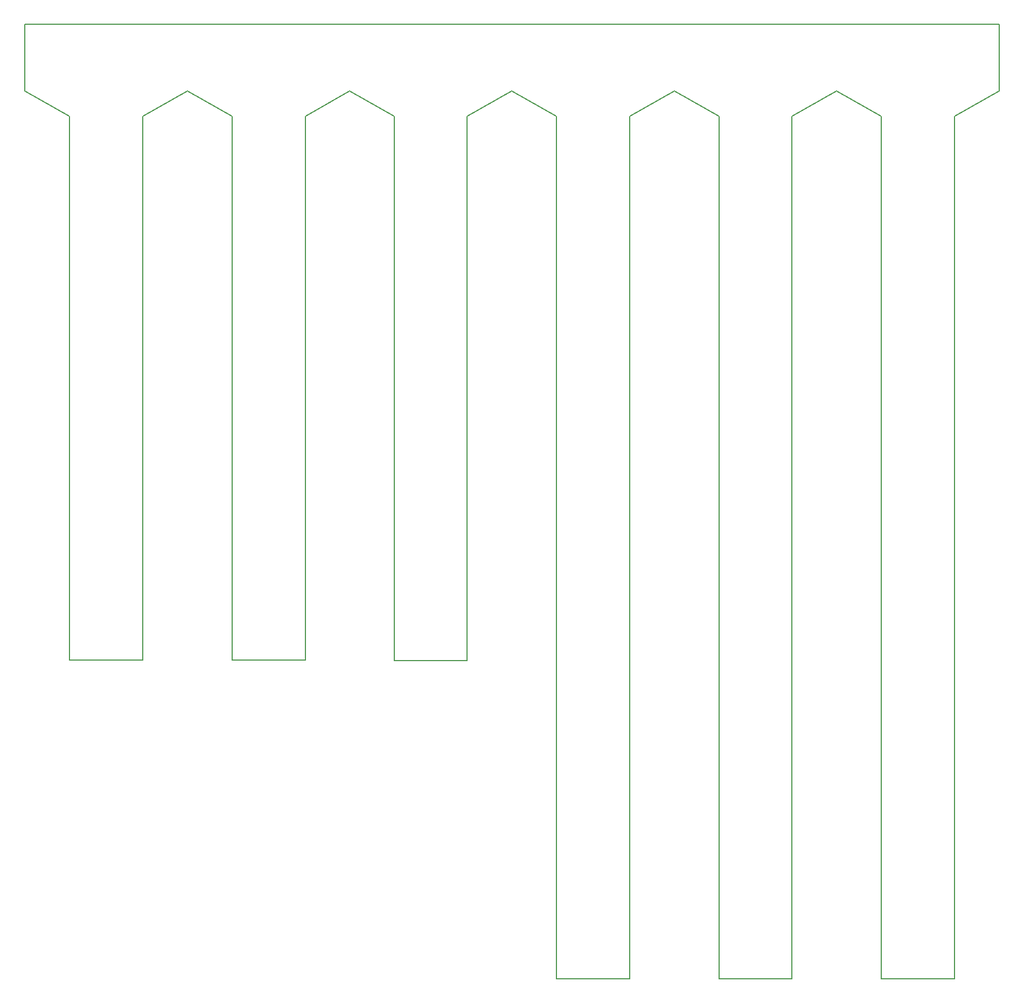
<source format=gbr>
%TF.GenerationSoftware,KiCad,Pcbnew,5.1.5+dfsg1-2~bpo10+1*%
%TF.CreationDate,2020-08-19T00:00:04+02:00*%
%TF.ProjectId,antmicro-alvium-flex-csi-adapter,616e746d-6963-4726-9f2d-616c7669756d,1.0.1*%
%TF.SameCoordinates,Original*%
%TF.FileFunction,Profile,NP*%
%FSLAX46Y46*%
G04 Gerber Fmt 4.6, Leading zero omitted, Abs format (unit mm)*
G04 Created by KiCad (PCBNEW 5.1.5+dfsg1-2~bpo10+1) date 2020-08-19 00:00:04 commit e5c3baf*
%MOMM*%
%LPD*%
G04 APERTURE LIST*
%ADD10C,0.150000*%
G04 APERTURE END LIST*
D10*
X285016000Y-214846000D02*
X296516000Y-214846000D01*
X303536000Y-64736000D02*
X303536000Y-75260000D01*
X278009000Y-75260000D02*
X285016000Y-79260000D01*
X296516000Y-79260000D02*
X303536000Y-75260000D01*
X285016000Y-214846000D02*
X285016000Y-79260000D01*
X296516000Y-214846000D02*
X296516000Y-79260000D01*
X168952000Y-79250000D02*
X175929000Y-75250000D01*
X150402000Y-64736000D02*
X150402000Y-75250000D01*
X157452000Y-164786000D02*
X168952000Y-164786000D01*
X157452000Y-164786000D02*
X157452000Y-79250000D01*
X168952000Y-164786000D02*
X168952000Y-79250000D01*
X150402000Y-75250000D02*
X157452000Y-79250000D01*
X233949000Y-214846000D02*
X233949000Y-79260000D01*
X252469000Y-75260000D02*
X259489000Y-79260000D01*
X270989000Y-214846000D02*
X270989000Y-79260000D01*
X259489000Y-214846000D02*
X270989000Y-214846000D01*
X259489000Y-214846000D02*
X259489000Y-79260000D01*
X270989000Y-79260000D02*
X278009000Y-75260000D01*
X226949000Y-75250000D02*
X233949000Y-79260000D01*
X233949000Y-214846000D02*
X245449000Y-214846000D01*
X245449000Y-214846000D02*
X245449000Y-79260000D01*
X245449000Y-79260000D02*
X252469000Y-75260000D01*
X208429000Y-79250000D02*
X201429000Y-75250000D01*
X219929000Y-79250000D02*
X226949000Y-75250000D01*
X208429000Y-164836000D02*
X208429000Y-79250000D01*
X219929000Y-164836000D02*
X219929000Y-79250000D01*
X208429000Y-164836000D02*
X219929000Y-164836000D01*
X194479000Y-79250000D02*
X201429000Y-75250000D01*
X175929000Y-75250000D02*
X182979000Y-79250000D01*
X194479000Y-164786000D02*
X194479000Y-79250000D01*
X182979000Y-164786000D02*
X182979000Y-79250000D01*
X182979000Y-164786000D02*
X194479000Y-164786000D01*
X150402000Y-64736000D02*
X303536000Y-64736000D01*
M02*

</source>
